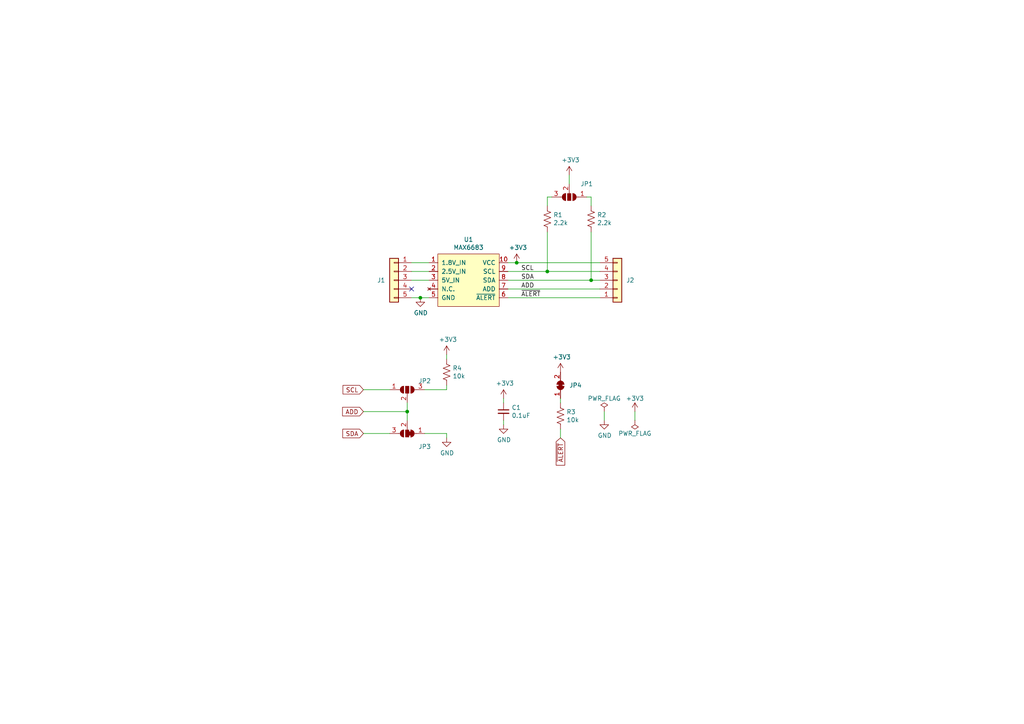
<source format=kicad_sch>
(kicad_sch (version 20211123) (generator eeschema)
  (paper "A4")
  (lib_symbols
    (symbol "Connector_Generic:Conn_01x05" (pin_names (offset 1.016) hide)
      (property "Reference" "J" (at 0 7.62 0))
      (property "Value" "Conn_01x05" (at 0 -7.62 0))
      (symbol "Conn_01x05_1_1"
        (rectangle (start -1.27 -4.953) (end 0 -5.207) (stroke (width 0.1524)))
        (rectangle (start -1.27 -2.413) (end 0 -2.667) (stroke (width 0.1524)))
        (rectangle (start -1.27 0.127) (end 0 -0.127) (stroke (width 0.1524)))
        (rectangle (start -1.27 2.667) (end 0 2.413) (stroke (width 0.1524)))
        (rectangle (start -1.27 5.207) (end 0 4.953) (stroke (width 0.1524)))
        (rectangle (start -1.27 6.35) (end 1.27 -6.35) (stroke (width 0.254)) (fill (type background)))
        (pin passive line (at -5.08 5.08 0) (length 3.81) (name "Pin_1") (number "1"))
        (pin passive line (at -5.08 2.54 0) (length 3.81) (name "Pin_2") (number "2"))
        (pin passive line (at -5.08 0 0) (length 3.81) (name "Pin_3") (number "3"))
        (pin passive line (at -5.08 -2.54 0) (length 3.81) (name "Pin_4") (number "4"))
        (pin passive line (at -5.08 -5.08 0) (length 3.81) (name "Pin_5") (number "5"))
      )
    )
    (symbol "Device:C_Small" (pin_numbers hide) (pin_names (offset 0.254) hide)
      (property "Reference" "C" (at 0.254 1.778 0))
      (property "Value" "C_Small" (at 0.254 -2.032 0))
      (symbol "C_Small_0_1"
        (polyline (pts (xy -1.524 -0.508) (xy 1.524 -0.508)) (stroke (width 0.3302)))
        (polyline (pts (xy -1.524 0.508) (xy 1.524 0.508)) (stroke (width 0.3048)))
      )
      (symbol "C_Small_1_1"
        (pin passive line (at 0 2.54 270) (length 2.032) (name "~") (number "1"))
        (pin passive line (at 0 -2.54 90) (length 2.032) (name "~") (number "2"))
      )
    )
    (symbol "Device:R_US" (pin_numbers hide) (pin_names (offset 0))
      (property "Reference" "R" (at 2.54 0 90))
      (property "Value" "R_US" (at -2.54 0 90))
      (symbol "R_US_0_1"
        (polyline (pts (xy 0 -2.286) (xy 0 -2.54)))
        (polyline (pts (xy 0 2.286) (xy 0 2.54)))
        (polyline (pts (xy 0 -0.762) (xy 1.016 -1.143) (xy 0 -1.524) (xy -1.016 -1.905) (xy 0 -2.286)))
        (polyline (pts (xy 0 0.762) (xy 1.016 0.381) (xy 0 0) (xy -1.016 -0.381) (xy 0 -0.762)))
        (polyline (pts (xy 0 2.286) (xy 1.016 1.905) (xy 0 1.524) (xy -1.016 1.143) (xy 0 0.762)))
      )
      (symbol "R_US_1_1"
        (pin passive line (at 0 3.81 270) (length 1.27) (name "~") (number "1"))
        (pin passive line (at 0 -3.81 90) (length 1.27) (name "~") (number "2"))
      )
    )
    (symbol "Jumper:SolderJumper_2_Bridged" (pin_names (offset 0) hide)
      (property "Reference" "JP" (at 0 2.032 0))
      (property "Value" "SolderJumper_2_Bridged" (at 0 -2.54 0))
      (symbol "SolderJumper_2_Bridged_0_1"
        (rectangle (start -0.508 0.508) (end 0.508 -0.508) (fill (type outline)))
        (arc (start -0.254 1.016) (mid -1.27 0) (end -0.254 -1.016))
        (arc (start -0.254 1.016) (mid -1.27 0) (end -0.254 -1.016) (fill (type outline)))
        (polyline (pts (xy -0.254 1.016) (xy -0.254 -1.016)))
        (polyline (pts (xy 0.254 1.016) (xy 0.254 -1.016)))
        (arc (start 0.254 -1.016) (mid 1.27 0) (end 0.254 1.016))
        (arc (start 0.254 -1.016) (mid 1.27 0) (end 0.254 1.016) (fill (type outline)))
      )
      (symbol "SolderJumper_2_Bridged_1_1"
        (pin passive line (at -3.81 0 0) (length 2.54) (name "A") (number "1"))
        (pin passive line (at 3.81 0 180) (length 2.54) (name "B") (number "2"))
      )
    )
    (symbol "Jumper:SolderJumper_3_Bridged12" (pin_names (offset 0) hide)
      (property "Reference" "JP" (at -2.54 -2.54 0))
      (property "Value" "SolderJumper_3_Bridged12" (at 0 2.794 0))
      (symbol "SolderJumper_3_Bridged12_0_1"
        (rectangle (start -1.016 0.508) (end -0.508 -0.508) (fill (type outline)))
        (arc (start -1.016 1.016) (mid -2.032 0) (end -1.016 -1.016))
        (arc (start -1.016 1.016) (mid -2.032 0) (end -1.016 -1.016) (fill (type outline)))
        (rectangle (start -0.508 1.016) (end 0.508 -1.016) (fill (type outline)))
        (polyline (pts (xy -2.54 0) (xy -2.032 0)))
        (polyline (pts (xy -1.016 1.016) (xy -1.016 -1.016)))
        (polyline (pts (xy 0 -1.27) (xy 0 -1.016)))
        (polyline (pts (xy 1.016 1.016) (xy 1.016 -1.016)))
        (polyline (pts (xy 2.54 0) (xy 2.032 0)))
        (arc (start 1.016 -1.016) (mid 2.032 0) (end 1.016 1.016))
        (arc (start 1.016 -1.016) (mid 2.032 0) (end 1.016 1.016) (fill (type outline)))
      )
      (symbol "SolderJumper_3_Bridged12_1_1"
        (pin passive line (at -5.08 0 0) (length 2.54) (name "A") (number "1"))
        (pin passive line (at 0 -3.81 90) (length 2.54) (name "C") (number "2"))
        (pin passive line (at 5.08 0 180) (length 2.54) (name "B") (number "3"))
      )
    )
    (symbol "Jumper:SolderJumper_3_Open" (pin_names (offset 0) hide)
      (property "Reference" "JP" (at -2.54 -2.54 0))
      (property "Value" "SolderJumper_3_Open" (at 0 2.794 0))
      (symbol "SolderJumper_3_Open_0_1"
        (arc (start -1.016 1.016) (mid -2.032 0) (end -1.016 -1.016))
        (arc (start -1.016 1.016) (mid -2.032 0) (end -1.016 -1.016) (fill (type outline)))
        (rectangle (start -0.508 1.016) (end 0.508 -1.016) (fill (type outline)))
        (polyline (pts (xy -2.54 0) (xy -2.032 0)))
        (polyline (pts (xy -1.016 1.016) (xy -1.016 -1.016)))
        (polyline (pts (xy 0 -1.27) (xy 0 -1.016)))
        (polyline (pts (xy 1.016 1.016) (xy 1.016 -1.016)))
        (polyline (pts (xy 2.54 0) (xy 2.032 0)))
        (arc (start 1.016 -1.016) (mid 2.032 0) (end 1.016 1.016))
        (arc (start 1.016 -1.016) (mid 2.032 0) (end 1.016 1.016) (fill (type outline)))
      )
      (symbol "SolderJumper_3_Open_1_1"
        (pin passive line (at -5.08 0 0) (length 2.54) (name "A") (number "1"))
        (pin passive line (at 0 -3.81 90) (length 2.54) (name "C") (number "2"))
        (pin passive line (at 5.08 0 180) (length 2.54) (name "B") (number "3"))
      )
    )
    (symbol "maxim:MAX6683" (pin_names (offset 1.016))
      (property "Reference" "U" (at 0 8.89 0))
      (property "Value" "MAX6683" (at 0 -8.89 0))
      (symbol "MAX6683_0_1"
        (rectangle (start -8.89 7.62) (end 8.89 -7.62) (fill (type background)))
      )
      (symbol "MAX6683_1_1"
        (pin input line (at -11.43 5.08 0) (length 2.54) (name "1.8V_IN") (number "1"))
        (pin power_in line (at 11.43 5.08 180) (length 2.54) (name "VCC") (number "10"))
        (pin input line (at -11.43 2.54 0) (length 2.54) (name "2.5V_IN") (number "2"))
        (pin input line (at -11.43 0 0) (length 2.54) (name "5V_IN") (number "3"))
        (pin no_connect line (at -11.43 -2.54 0) (length 2.54) (name "N.C.") (number "4"))
        (pin power_in line (at -11.43 -5.08 0) (length 2.54) (name "GND") (number "5"))
        (pin open_collector line (at 11.43 -5.08 180) (length 2.54) (name "~{ALERT}") (number "6"))
        (pin input line (at 11.43 -2.54 180) (length 2.54) (name "ADD") (number "7"))
        (pin bidirectional line (at 11.43 0 180) (length 2.54) (name "SDA") (number "8"))
        (pin bidirectional line (at 11.43 2.54 180) (length 2.54) (name "SCL") (number "9"))
      )
    )
    (symbol "power:+3.3V" (power) (pin_names (offset 0))
      (property "Value" "+3.3V" (at 0 3.556 0))
      (symbol "+3.3V_0_1"
        (polyline (pts (xy -0.762 1.27) (xy 0 2.54)))
        (polyline (pts (xy 0 0) (xy 0 2.54)))
        (polyline (pts (xy 0 2.54) (xy 0.762 1.27)))
      )
      (symbol "+3.3V_1_1"
        (pin power_in line (at 0 0 90) (length 0) hide (name "+3V3") (number "1"))
      )
    )
    (symbol "power:GND" (power) (pin_names (offset 0))
      (property "Value" "GND" (at 0 -3.81 0))
      (symbol "GND_0_1"
        (polyline (pts (xy 0 0) (xy 0 -1.27) (xy 1.27 -1.27) (xy 0 -2.54) (xy -1.27 -1.27) (xy 0 -1.27)))
      )
      (symbol "GND_1_1"
        (pin power_in line (at 0 0 270) (length 0) hide (name "GND") (number "1"))
      )
    )
    (symbol "power:PWR_FLAG" (power) (pin_numbers hide) (pin_names (offset 0) hide)
      (property "Value" "PWR_FLAG" (at 0 3.81 0))
      (symbol "PWR_FLAG_0_0"
        (pin power_out line (at 0 0 90) (length 0) (name "pwr") (number "1"))
      )
      (symbol "PWR_FLAG_0_1"
        (polyline (pts (xy 0 0) (xy 0 1.27) (xy -1.016 1.905) (xy 0 2.54) (xy 1.016 1.905) (xy 0 1.27)))
      )
    )
  )
  (junction (at 118.11 119.38))
  (junction (at 149.86 76.2))
  (junction (at 171.45 81.28))
  (junction (at 158.75 78.74))
  (junction (at 121.92 86.36))
  (no_connect (at 119.38 83.82))
  (wire (pts (xy 147.32 78.74) (xy 158.75 78.74)))
  (wire (pts (xy 171.45 67.31) (xy 171.45 81.28)))
  (wire (pts (xy 119.38 81.28) (xy 124.46 81.28)))
  (wire (pts (xy 175.26 119.38) (xy 175.26 121.92)))
  (wire (pts (xy 105.41 113.03) (xy 113.03 113.03)))
  (wire (pts (xy 158.75 67.31) (xy 158.75 78.74)))
  (wire (pts (xy 146.05 115.57) (xy 146.05 116.84)))
  (wire (pts (xy 121.92 86.36) (xy 124.46 86.36)))
  (wire (pts (xy 129.54 125.73) (xy 129.54 127)))
  (wire (pts (xy 171.45 57.15) (xy 171.45 59.69)))
  (wire (pts (xy 170.18 57.15) (xy 171.45 57.15)))
  (wire (pts (xy 146.05 121.92) (xy 146.05 123.19)))
  (wire (pts (xy 147.32 76.2) (xy 149.86 76.2)))
  (wire (pts (xy 171.45 81.28) (xy 173.99 81.28)))
  (wire (pts (xy 119.38 76.2) (xy 124.46 76.2)))
  (wire (pts (xy 162.56 124.46) (xy 162.56 127)))
  (wire (pts (xy 118.11 116.84) (xy 118.11 119.38)))
  (wire (pts (xy 105.41 119.38) (xy 118.11 119.38)))
  (wire (pts (xy 160.02 57.15) (xy 158.75 57.15)))
  (wire (pts (xy 123.19 125.73) (xy 129.54 125.73)))
  (wire (pts (xy 162.56 115.57) (xy 162.56 116.84)))
  (wire (pts (xy 129.54 111.76) (xy 129.54 113.03)))
  (wire (pts (xy 147.32 86.36) (xy 173.99 86.36)))
  (wire (pts (xy 158.75 78.74) (xy 173.99 78.74)))
  (wire (pts (xy 118.11 119.38) (xy 118.11 121.92)))
  (wire (pts (xy 184.15 119.38) (xy 184.15 121.92)))
  (wire (pts (xy 123.19 113.03) (xy 129.54 113.03)))
  (wire (pts (xy 119.38 86.36) (xy 121.92 86.36)))
  (wire (pts (xy 119.38 78.74) (xy 124.46 78.74)))
  (wire (pts (xy 149.86 76.2) (xy 173.99 76.2)))
  (wire (pts (xy 158.75 57.15) (xy 158.75 59.69)))
  (wire (pts (xy 129.54 102.87) (xy 129.54 104.14)))
  (wire (pts (xy 105.41 125.73) (xy 113.03 125.73)))
  (wire (pts (xy 165.1 50.8) (xy 165.1 53.34)))
  (wire (pts (xy 147.32 83.82) (xy 173.99 83.82)))
  (wire (pts (xy 147.32 81.28) (xy 171.45 81.28)))
  (label "~{ALERT}" (at 151.13 86.36 0))
  (label "SCL" (at 151.13 78.74 0))
  (label "ADD" (at 151.13 83.82 0))
  (label "SDA" (at 151.13 81.28 0))
  (global_label "SCL" (shape input) (at 105.41 113.03 180) (property "Intersheet References" "${INTERSHEET_REFS}" (effects hide)))
  (global_label "SDA" (shape input) (at 105.41 125.73 180) (property "Intersheet References" "${INTERSHEET_REFS}" (effects hide)))
  (global_label "ADD" (shape input) (at 105.41 119.38 180) (property "Intersheet References" "${INTERSHEET_REFS}" (effects hide)))
  (global_label "~{ALERT}" (shape input) (at 162.56 127 270) (property "Intersheet References" "${INTERSHEET_REFS}" (effects hide)))
  (symbol (lib_id "maxim:MAX6683") (at 135.89 81.28 0) (unit 1)
    (property "Reference" "U1" (at 135.89 69.469 0))
    (property "Value" "MAX6683" (at 135.89 71.7804 0))
    (property "Footprint" "Package_SO:MSOP-10_3x3mm_P0.5mm" (effects hide))
    (property "Datasheet" "https://datasheets.maximintegrated.com/en/ds/MAX6683.pdf" (effects hide))
    (property "Part Number" "MAX6683AUB" (effects hide))
    (property "Manufacturer" "Maxim Integrated" (effects hide))
  )
  (symbol (lib_id "Connector_Generic:Conn_01x05") (at 179.07 81.28 0) (mirror x) (unit 1)
    (property "Reference" "J2" (at 181.61 81.28 0) (effects (justify left)))
    (property "Value" "Conn_01x05" (effects hide))
    (property "Footprint" "Connector_PinHeader_2.54mm:PinHeader_1x05_P2.54mm_Vertical" (effects hide))
    (property "Datasheet" "https://www.molex.com/pdm_docs/sd/022102051_sd.pdf" (effects hide))
  )
  (symbol (lib_id "Device:R_US") (at 158.75 63.5 0) (unit 1)
    (property "Reference" "R1" (at 160.4772 62.3316 0) (effects (justify left)))
    (property "Value" "2.2k" (at 160.4772 64.643 0) (effects (justify left)))
    (property "Footprint" "Resistor_SMD:R_0603_1608Metric" (effects hide))
    (property "Datasheet" "https://industrial.panasonic.com/cdbs/www-data/pdf/RDA0000/AOA0000C304.pdf" (effects hide))
    (property "Part Number" "ERJ-3EKF2201V" (effects hide))
    (property "Manufacturer" "Panasonic" (effects hide))
  )
  (symbol (lib_id "power:+3.3V") (at 165.1 50.8 0) (unit 1) (in_bom no)
    (property "Reference" "#PWR0101" (effects hide))
    (property "Value" "+3.3V" (at 165.481 46.4058 0))
  )
  (symbol (lib_id "power:+3.3V") (at 149.86 76.2 0) (unit 1) (in_bom no)
    (property "Reference" "#PWR0102" (effects hide))
    (property "Value" "+3.3V" (at 150.241 71.8058 0))
  )
  (symbol (lib_id "power:GND") (at 121.92 86.36 0) (unit 1) (in_bom no)
    (property "Reference" "#PWR0103" (effects hide))
    (property "Value" "GND" (at 122.047 90.7542 0))
  )
  (symbol (lib_id "Connector_Generic:Conn_01x05") (at 114.3 81.28 0) (mirror y) (unit 1)
    (property "Reference" "J1" (at 111.76 81.28 0) (effects (justify left)))
    (property "Value" "Conn_01x05" (effects hide))
    (property "Footprint" "Connector_PinHeader_2.54mm:PinHeader_1x05_P2.54mm_Vertical" (effects hide))
    (property "Datasheet" "https://www.molex.com/pdm_docs/sd/022102051_sd.pdf" (effects hide))
  )
  (symbol (lib_id "power:GND") (at 129.54 127 0) (unit 1) (in_bom no)
    (property "Reference" "#PWR0104" (effects hide))
    (property "Value" "GND" (at 129.667 131.3942 0))
  )
  (symbol (lib_id "Device:C_Small") (at 146.05 119.38 0) (unit 1)
    (property "Reference" "C1" (at 148.3868 118.2116 0) (effects (justify left)))
    (property "Value" "0.1uF" (at 148.3868 120.523 0) (effects (justify left)))
    (property "Footprint" "Resistor_SMD:R_0805_2012Metric" (effects hide))
    (property "Datasheet" "https://www.yageo.com/upload/media/product/productsearch/datasheet/mlcc/UPY-GPHC_X7R_6.3V-to-50V_20.pdf" (effects hide))
    (property "Part Number" "CC0805KRX7R9BB104" (effects hide))
    (property "Manufacturer" "Yageo" (effects hide))
  )
  (symbol (lib_id "power:+3.3V") (at 146.05 115.57 0) (unit 1) (in_bom no)
    (property "Reference" "#PWR0105" (effects hide))
    (property "Value" "+3.3V" (at 146.431 111.1758 0))
  )
  (symbol (lib_id "power:GND") (at 146.05 123.19 0) (unit 1) (in_bom no)
    (property "Reference" "#PWR0106" (effects hide))
    (property "Value" "GND" (at 146.177 127.5842 0))
  )
  (symbol (lib_id "power:+3.3V") (at 162.56 107.95 0) (unit 1) (in_bom no)
    (property "Reference" "#PWR0107" (effects hide))
    (property "Value" "+3.3V" (at 162.941 103.5558 0))
  )
  (symbol (lib_id "power:+3.3V") (at 129.54 102.87 0) (unit 1) (in_bom no)
    (property "Reference" "#PWR0108" (effects hide))
    (property "Value" "+3.3V" (at 129.921 98.4758 0))
  )
  (symbol (lib_id "Device:R_US") (at 171.45 63.5 0) (unit 1)
    (property "Reference" "R2" (at 173.1772 62.3316 0) (effects (justify left)))
    (property "Value" "2.2k" (at 173.1772 64.643 0) (effects (justify left)))
    (property "Footprint" "Resistor_SMD:R_0603_1608Metric" (effects hide))
    (property "Datasheet" "https://industrial.panasonic.com/cdbs/www-data/pdf/RDA0000/AOA0000C304.pdf" (effects hide))
    (property "Part Number" "ERJ-3EKF2201V" (effects hide))
    (property "Manufacturer" "Panasonic" (effects hide))
  )
  (symbol (lib_id "Device:R_US") (at 162.56 120.65 0) (unit 1)
    (property "Reference" "R3" (at 164.2872 119.4816 0) (effects (justify left)))
    (property "Value" "10k" (at 164.2872 121.793 0) (effects (justify left)))
    (property "Footprint" "Resistor_SMD:R_0603_1608Metric" (effects hide))
    (property "Datasheet" "https://industrial.panasonic.com/cdbs/www-data/pdf/RDA0000/AOA0000C304.pdf" (effects hide))
    (property "Part Number" "ERJ-3EKF1002V" (effects hide))
    (property "Manufacturer" "Panasonic" (effects hide))
  )
  (symbol (lib_id "Device:R_US") (at 129.54 107.95 0) (unit 1)
    (property "Reference" "R4" (at 131.2672 106.7816 0) (effects (justify left)))
    (property "Value" "10k" (at 131.2672 109.093 0) (effects (justify left)))
    (property "Footprint" "Resistor_SMD:R_0603_1608Metric" (effects hide))
    (property "Datasheet" "https://industrial.panasonic.com/cdbs/www-data/pdf/RDA0000/AOA0000C304.pdf" (effects hide))
    (property "Part Number" "ERJ-3EKF1002V" (effects hide))
    (property "Manufacturer" "Panasonic" (effects hide))
  )
  (symbol (lib_id "Jumper:SolderJumper_3_Bridged12") (at 118.11 125.73 180) (unit 1) (in_bom no)
    (property "Reference" "JP3" (at 123.19 129.54 0))
    (property "Value" "SolderJumper_3_Bridged12" (effects hide))
    (property "Footprint" "Jumper:SolderJumper-3_P1.3mm_Bridged12_RoundedPad1.0x1.5mm_NumberLabels" (effects hide))
  )
  (symbol (lib_id "Jumper:SolderJumper_2_Bridged") (at 162.56 111.76 90) (unit 1) (in_bom no)
    (property "Reference" "JP4" (at 165.1 111.7599 90) (effects (justify right)))
    (property "Value" "SolderJumper_2_Bridged" (effects hide))
    (property "Footprint" "Jumper:SolderJumper-2_P1.3mm_Bridged_RoundedPad1.0x1.5mm" (effects hide))
  )
  (symbol (lib_id "power:GND") (at 175.26 121.92 0) (unit 1) (in_bom no)
    (property "Reference" "#PWR01" (effects hide))
    (property "Value" "GND" (at 175.387 126.3142 0))
  )
  (symbol (lib_id "power:+3.3V") (at 184.15 119.38 0) (unit 1) (in_bom no)
    (property "Reference" "#PWR02" (effects hide))
    (property "Value" "+3.3V" (at 184.15 115.57 0))
  )
  (symbol (lib_id "power:PWR_FLAG") (at 175.26 119.38 0) (unit 1) (in_bom no)
    (property "Reference" "#FLG01" (effects hide))
    (property "Value" "PWR_FLAG" (at 175.26 115.57 0))
  )
  (symbol (lib_id "power:PWR_FLAG") (at 184.15 121.92 180) (unit 1) (in_bom no)
    (property "Reference" "#FLG02" (effects hide))
    (property "Value" "PWR_FLAG" (at 184.15 125.73 0))
  )
  (symbol (lib_id "Jumper:SolderJumper_3_Open") (at 118.11 113.03 0) (unit 1) (in_bom no)
    (property "Reference" "JP2" (at 123.19 110.49 0))
    (property "Value" "SolderJumper_3_Open" (effects hide))
    (property "Footprint" "Jumper:SolderJumper-3_P1.3mm_Open_RoundedPad1.0x1.5mm" (effects hide))
  )
  (symbol (lib_id "Jumper:SolderJumper_3_Open") (at 165.1 57.15 180) (unit 1) (in_bom no)
    (property "Reference" "JP1" (at 170.18 53.34 0))
    (property "Value" "SolderJumper_3_Open" (effects hide))
    (property "Footprint" "Jumper:SolderJumper-3_P1.3mm_Open_RoundedPad1.0x1.5mm" (effects hide))
  )
)
</source>
